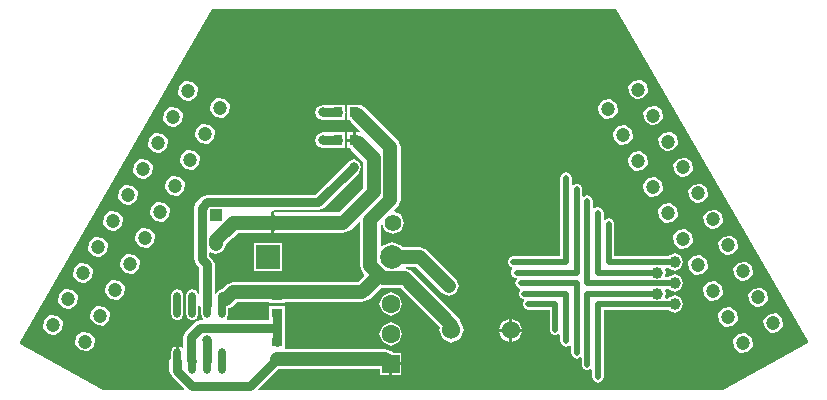
<source format=gbl>
%FSLAX44Y44*%
%MOMM*%
G71*
G01*
G75*
G04 Layer_Physical_Order=2*
G04 Layer_Color=16711680*
%ADD10C,0.2540*%
%ADD11R,0.6500X0.9000*%
%ADD12R,0.8000X0.9000*%
%ADD13C,1.2000*%
%ADD14C,0.8000*%
%ADD15C,0.7000*%
%ADD16C,0.2000*%
%ADD17C,1.4000*%
%ADD18C,2.0000*%
%ADD19R,2.0000X2.0000*%
%ADD20C,1.5240*%
%ADD21R,1.0000X1.0000*%
%ADD22C,1.0000*%
%ADD23C,1.6000*%
%ADD24R,1.6000X1.6000*%
%ADD25C,1.2000*%
%ADD26C,0.8000*%
%ADD27O,0.6000X2.2000*%
%ADD28R,0.9000X0.8000*%
%ADD29C,0.5000*%
G36*
X332496Y44993D02*
X332158Y43768D01*
X260522Y3788D01*
X-132768D01*
X-133254Y4962D01*
X-116575Y21641D01*
X-29800D01*
Y16900D01*
X-22070D01*
Y25903D01*
X-20803D01*
Y27170D01*
X-11800D01*
Y34900D01*
X-17554D01*
X-19077Y36423D01*
X-25200Y38959D01*
X-110600D01*
Y50300D01*
X-110606D01*
Y56750D01*
Y63200D01*
X-110600D01*
Y75200D01*
X-115906D01*
X-117100Y75694D01*
X-118294Y75200D01*
X-123600D01*
Y63244D01*
X-159499D01*
X-159723Y64373D01*
Y64373D01*
D01*
X-158138Y68200D01*
Y72948D01*
X-154327Y74527D01*
X-150823Y78031D01*
X-123600D01*
Y77200D01*
X-110600D01*
Y78031D01*
X-44710D01*
X-38587Y80567D01*
X-38587Y80567D01*
X-38587Y80567D01*
X-28750Y90404D01*
X-27486Y89881D01*
X-12427D01*
X21068Y56386D01*
X20287Y54500D01*
X23337Y47137D01*
X30700Y44087D01*
X38063Y47137D01*
X41113Y54500D01*
X39359Y58733D01*
Y59000D01*
X36823Y65123D01*
X-2717Y104663D01*
X-8840Y107199D01*
X-8158Y107881D01*
X223D01*
X22457Y85647D01*
X28580Y83111D01*
X34703Y85647D01*
X37239Y91770D01*
X34703Y97893D01*
X9933Y122663D01*
X3810Y125199D01*
X-10628D01*
X-10846Y125724D01*
X-20030Y129529D01*
X-28315Y126097D01*
X-29371Y126802D01*
Y143921D01*
X-28337Y144126D01*
X-28087Y144077D01*
X-25898Y138792D01*
X-19010Y135939D01*
X-12122Y138792D01*
X-9269Y145680D01*
X-12122Y152568D01*
X-17407Y154757D01*
X-17654Y156003D01*
X-14987Y158670D01*
X-12451Y164793D01*
Y209700D01*
X-14987Y215823D01*
X-41982Y242818D01*
X-45470Y244263D01*
Y245550D01*
X-57470D01*
Y232550D01*
X-55047D01*
X-54228Y230572D01*
X-46879Y223223D01*
X-47365Y222050D01*
X-50200D01*
Y215548D01*
X-51467D01*
Y214280D01*
X-57470D01*
Y209050D01*
X-54924D01*
X-54003Y206827D01*
X-43859Y196683D01*
Y174787D01*
X-64307Y154339D01*
X-117997D01*
X-119340Y154895D01*
Y145677D01*
Y136465D01*
X-117997Y137021D01*
X-60720D01*
X-54597Y139557D01*
X-47863Y146292D01*
X-46689Y145806D01*
Y109084D01*
X-44153Y102961D01*
X-43054Y101862D01*
Y100592D01*
X-48297Y95349D01*
X-154410D01*
X-160533Y92813D01*
X-163864Y89482D01*
X-167377Y88027D01*
X-168510Y85291D01*
X-169756Y85539D01*
Y110250D01*
X-171101Y113497D01*
X-171658Y114842D01*
X-174406Y117590D01*
Y120178D01*
X-173350Y120884D01*
X-168900Y119041D01*
X-162777Y121577D01*
X-160543Y126972D01*
X-155272Y132242D01*
X-154463Y132577D01*
X-150020Y137021D01*
X-123223D01*
X-121880Y136465D01*
Y145677D01*
Y154896D01*
X-120610Y155422D01*
X-120610Y155422D01*
X-119826Y156206D01*
X-81900D01*
X-77308Y158108D01*
X-77308Y158108D01*
X-77308Y158108D01*
X-47408Y188008D01*
X-45506Y192600D01*
X-47408Y197192D01*
X-52000Y199094D01*
X-56592Y197192D01*
X-84590Y169194D01*
X-176385D01*
X-180977Y167292D01*
X-185492Y162778D01*
X-187394Y158185D01*
Y114900D01*
X-185492Y110308D01*
X-182744Y107560D01*
Y85539D01*
X-183990Y85291D01*
X-185123Y88027D01*
X-188950Y89612D01*
X-192777Y88027D01*
X-194362Y84200D01*
Y68200D01*
X-192777Y64373D01*
X-188950Y62788D01*
X-185123Y64373D01*
X-183538Y68200D01*
Y74861D01*
X-182292Y75109D01*
X-181662Y73587D01*
Y68200D01*
X-180077Y64373D01*
Y64373D01*
Y64373D01*
X-180301Y63244D01*
X-181950D01*
X-186542Y61342D01*
X-194292Y53592D01*
X-196194Y49000D01*
Y39350D01*
X-197440Y39102D01*
X-197823Y40027D01*
X-200380Y41086D01*
Y28198D01*
X-202920D01*
Y41086D01*
X-205477Y40027D01*
X-207062Y36200D01*
Y30813D01*
X-208144Y28200D01*
Y20172D01*
X-206242Y15580D01*
X-195624Y4962D01*
X-196110Y3788D01*
X-264054D01*
X-334515Y43112D01*
X-334853Y44337D01*
X-171924Y326512D01*
X169946D01*
X332496Y44993D01*
D02*
G37*
%LPC*%
G36*
X-256485Y97215D02*
X-261743Y93180D01*
X-262608Y86610D01*
X-258573Y81352D01*
X-252002Y80487D01*
X-246744Y84521D01*
X-245879Y91092D01*
X-249914Y96350D01*
X-256485Y97215D01*
D02*
G37*
G36*
X-283772Y111353D02*
X-289030Y107318D01*
X-289895Y100747D01*
X-285860Y95489D01*
X-279289Y94624D01*
X-274032Y98659D01*
X-273166Y105230D01*
X-277201Y110487D01*
X-283772Y111353D01*
D02*
G37*
G36*
X280083Y112652D02*
X273513Y111786D01*
X269478Y106529D01*
X270343Y99958D01*
X275601Y95924D01*
X282172Y96789D01*
X286206Y102046D01*
X285341Y108617D01*
X280083Y112652D01*
D02*
G37*
G36*
X-296472Y89355D02*
X-301730Y85321D01*
X-302595Y78750D01*
X-298560Y73492D01*
X-291989Y72627D01*
X-286731Y76662D01*
X-285866Y83232D01*
X-289901Y88490D01*
X-296472Y89355D01*
D02*
G37*
G36*
X292783Y90655D02*
X286213Y89789D01*
X282178Y84532D01*
X283043Y77961D01*
X288301Y73926D01*
X294872Y74791D01*
X298906Y80049D01*
X298041Y86620D01*
X292783Y90655D01*
D02*
G37*
G36*
X254246Y96003D02*
X247676Y95138D01*
X243641Y89880D01*
X244506Y83309D01*
X249764Y79274D01*
X256335Y80139D01*
X260369Y85397D01*
X259504Y91968D01*
X254246Y96003D01*
D02*
G37*
G36*
X127670Y188101D02*
X124226Y186674D01*
X122799Y183230D01*
Y117226D01*
X83170D01*
X79726Y115799D01*
X78299Y112355D01*
X79726Y108911D01*
X81796Y108053D01*
X82326Y106774D01*
D01*
D01*
X80899Y103330D01*
X82326Y99886D01*
X85770Y98459D01*
X85895Y97833D01*
X85826Y97804D01*
X84399Y94360D01*
X85826Y90916D01*
X88510Y89804D01*
X88925Y88801D01*
D01*
D01*
X87499Y85357D01*
X88926Y81913D01*
X91741Y80747D01*
X92227Y79573D01*
X90898Y76365D01*
X92325Y72921D01*
X95769Y71494D01*
X113799D01*
Y55030D01*
X115226Y51586D01*
X118670Y50159D01*
X121743Y51432D01*
X122799Y50727D01*
Y45430D01*
X124226Y41986D01*
X127670Y40559D01*
X130743Y41832D01*
X131799Y41127D01*
Y35330D01*
X133226Y31886D01*
X136670Y30459D01*
X139743Y31732D01*
X140799Y31027D01*
Y25430D01*
X142226Y21986D01*
X145670Y20559D01*
X148743Y21832D01*
X149799Y21127D01*
Y14730D01*
X151226Y11286D01*
X154670Y9859D01*
X158114Y11286D01*
X159541Y14730D01*
Y71489D01*
X214205D01*
X214212Y71473D01*
X219570Y69253D01*
X224928Y71473D01*
X227147Y76830D01*
X224928Y82188D01*
X219570Y84407D01*
X214212Y82188D01*
X213816Y81231D01*
X211981D01*
X211276Y82287D01*
X212547Y85355D01*
X211272Y88433D01*
X211977Y89489D01*
X214011D01*
X214212Y89002D01*
X219570Y86783D01*
X224928Y89002D01*
X227147Y94360D01*
X224928Y99718D01*
X219570Y101937D01*
X214212Y99718D01*
X214011Y99231D01*
X211979D01*
X211274Y100287D01*
X212547Y103360D01*
X211274Y106433D01*
X211979Y107489D01*
X214011D01*
X214212Y107002D01*
X219570Y104783D01*
X224928Y107002D01*
X227147Y112360D01*
X224928Y117718D01*
X219570Y119937D01*
X214212Y117718D01*
X214011Y117231D01*
X168541D01*
Y144330D01*
X167114Y147774D01*
X163670Y149201D01*
X160597Y147928D01*
X159541Y148633D01*
Y154030D01*
X158114Y157474D01*
X154670Y158901D01*
X151597Y157628D01*
X150541Y158333D01*
Y163930D01*
X149114Y167374D01*
X145670Y168801D01*
X142597Y167528D01*
X141541Y168233D01*
Y173830D01*
X140114Y177274D01*
X136670Y178701D01*
X133597Y177428D01*
X132541Y178133D01*
Y183230D01*
X131114Y186674D01*
X127670Y188101D01*
D02*
G37*
G36*
X-271072Y133350D02*
X-276329Y129315D01*
X-277195Y122744D01*
X-273160Y117486D01*
X-266589Y116621D01*
X-261332Y120656D01*
X-260466Y127227D01*
X-264501Y132485D01*
X-271072Y133350D01*
D02*
G37*
G36*
X267383Y134649D02*
X260813Y133784D01*
X256778Y128526D01*
X257643Y121955D01*
X262901Y117921D01*
X269472Y118786D01*
X273506Y124043D01*
X272641Y130614D01*
X267383Y134649D01*
D02*
G37*
G36*
X241546Y117999D02*
X234976Y117135D01*
X230941Y111877D01*
X231806Y105306D01*
X237064Y101271D01*
X243635Y102136D01*
X247669Y107394D01*
X246804Y113965D01*
X241546Y117999D01*
D02*
G37*
G36*
X-243785Y119212D02*
X-249043Y115177D01*
X-249908Y108607D01*
X-245873Y103349D01*
X-239302Y102484D01*
X-234044Y106518D01*
X-233179Y113089D01*
X-237214Y118347D01*
X-243785Y119212D01*
D02*
G37*
G36*
X-112630Y128540D02*
X-136630D01*
Y104540D01*
X-112630D01*
Y128540D01*
D02*
G37*
G36*
X-20800Y86441D02*
X-27688Y83588D01*
X-30542Y76700D01*
X-27688Y69812D01*
X-20800Y66958D01*
X-13912Y69812D01*
X-11058Y76700D01*
X-13912Y83588D01*
X-20800Y86441D01*
D02*
G37*
G36*
Y61041D02*
X-27688Y58188D01*
X-30542Y51300D01*
X-27688Y44412D01*
X-20800Y41558D01*
X-13912Y44412D01*
X-11058Y51300D01*
X-13912Y58188D01*
X-20800Y61041D01*
D02*
G37*
G36*
X79430Y53230D02*
X70813D01*
X73337Y47137D01*
X79430Y44613D01*
Y53230D01*
D02*
G37*
G36*
X90587D02*
X81970D01*
Y44613D01*
X88063Y47137D01*
X90587Y53230D01*
D02*
G37*
G36*
X-11800Y24630D02*
X-19530D01*
Y16900D01*
X-11800D01*
Y24630D01*
D02*
G37*
G36*
X279646Y52008D02*
X273076Y51143D01*
X269041Y45886D01*
X269906Y39315D01*
X275164Y35280D01*
X281735Y36145D01*
X285769Y41403D01*
X284904Y47974D01*
X279646Y52008D01*
D02*
G37*
G36*
X-281885Y53221D02*
X-287143Y49186D01*
X-288008Y42616D01*
X-283973Y37358D01*
X-277402Y36493D01*
X-272145Y40527D01*
X-271280Y47098D01*
X-275314Y52356D01*
X-281885Y53221D01*
D02*
G37*
G36*
X-309172Y67358D02*
X-314429Y63324D01*
X-315295Y56753D01*
X-311260Y51495D01*
X-304689Y50630D01*
X-299431Y54665D01*
X-298566Y61235D01*
X-302601Y66493D01*
X-309172Y67358D01*
D02*
G37*
G36*
X266946Y74005D02*
X260376Y73140D01*
X256341Y67882D01*
X257206Y61312D01*
X262464Y57277D01*
X269035Y58142D01*
X273069Y63400D01*
X272204Y69971D01*
X266946Y74005D01*
D02*
G37*
G36*
X-269185Y75218D02*
X-274443Y71183D01*
X-275308Y64613D01*
X-271273Y59355D01*
X-264702Y58490D01*
X-259445Y62524D01*
X-258580Y69095D01*
X-262614Y74353D01*
X-269185Y75218D01*
D02*
G37*
G36*
X-201650Y89612D02*
X-205477Y88027D01*
X-207062Y84200D01*
Y68200D01*
X-205477Y64373D01*
X-201650Y62788D01*
X-197823Y64373D01*
X-196238Y68200D01*
Y84200D01*
X-197823Y88027D01*
X-201650Y89612D01*
D02*
G37*
G36*
X305483Y68657D02*
X298913Y67793D01*
X294878Y62535D01*
X295743Y55964D01*
X301001Y51929D01*
X307572Y52794D01*
X311606Y58052D01*
X310741Y64623D01*
X305483Y68657D01*
D02*
G37*
G36*
X79430Y64387D02*
X73337Y61863D01*
X70813Y55770D01*
X79430D01*
Y64387D01*
D02*
G37*
G36*
X81970D02*
Y55770D01*
X90587D01*
X88063Y61863D01*
X81970Y64387D01*
D02*
G37*
G36*
X228846Y139997D02*
X222276Y139131D01*
X218241Y133874D01*
X219106Y127303D01*
X224364Y123268D01*
X230935Y124134D01*
X234969Y129391D01*
X234104Y135962D01*
X228846Y139997D01*
D02*
G37*
G36*
X-180285Y229197D02*
X-185543Y225163D01*
X-186408Y218592D01*
X-182373Y213334D01*
X-175802Y212469D01*
X-170544Y216504D01*
X-169680Y223074D01*
X-173714Y228332D01*
X-180285Y229197D01*
D02*
G37*
G36*
X-59470Y222050D02*
X-71470D01*
Y222044D01*
X-78170D01*
X-82762Y220142D01*
X-82792Y220072D01*
X-82862Y220042D01*
X-84764Y215450D01*
X-82862Y210858D01*
X-78270Y208956D01*
X-78028Y209056D01*
X-71470D01*
Y209050D01*
X-59470D01*
Y214356D01*
X-59105Y215238D01*
X-57923D01*
X-57801Y215157D01*
X-57470Y214358D01*
Y216742D01*
X-57835Y215862D01*
X-57835D01*
X-59017D01*
X-59139Y215943D01*
X-59470Y216744D01*
Y222050D01*
D02*
G37*
G36*
X-52740D02*
X-57470D01*
Y216820D01*
X-52740D01*
Y222050D01*
D02*
G37*
G36*
X-220272Y221338D02*
X-225529Y217303D01*
X-226395Y210732D01*
X-222360Y205475D01*
X-215789Y204610D01*
X-210532Y208644D01*
X-209666Y215215D01*
X-213701Y220473D01*
X-220272Y221338D01*
D02*
G37*
G36*
X216583Y222637D02*
X210013Y221772D01*
X205978Y216514D01*
X206843Y209943D01*
X212101Y205909D01*
X218672Y206774D01*
X222706Y212032D01*
X221841Y218602D01*
X216583Y222637D01*
D02*
G37*
G36*
X178046Y227985D02*
X171476Y227120D01*
X167441Y221862D01*
X168306Y215291D01*
X173564Y211257D01*
X180135Y212122D01*
X184169Y217379D01*
X183304Y223950D01*
X178046Y227985D01*
D02*
G37*
G36*
X-207572Y243335D02*
X-212829Y239300D01*
X-213695Y232730D01*
X-209660Y227472D01*
X-203089Y226607D01*
X-197831Y230641D01*
X-196966Y237212D01*
X-201001Y242470D01*
X-207572Y243335D01*
D02*
G37*
G36*
X-167585Y251194D02*
X-172843Y247160D01*
X-173708Y240589D01*
X-169673Y235331D01*
X-163102Y234466D01*
X-157844Y238501D01*
X-156980Y245071D01*
X-161014Y250329D01*
X-167585Y251194D01*
D02*
G37*
G36*
X-194872Y265332D02*
X-200130Y261297D01*
X-200995Y254727D01*
X-196960Y249469D01*
X-190389Y248604D01*
X-185131Y252638D01*
X-184266Y259209D01*
X-188301Y264467D01*
X-194872Y265332D01*
D02*
G37*
G36*
X191183Y266631D02*
X184613Y265766D01*
X180578Y260508D01*
X181443Y253937D01*
X186701Y249903D01*
X193272Y250768D01*
X197306Y256026D01*
X196441Y262596D01*
X191183Y266631D01*
D02*
G37*
G36*
X203883Y244634D02*
X197313Y243769D01*
X193278Y238511D01*
X194143Y231940D01*
X199401Y227906D01*
X205972Y228771D01*
X210006Y234029D01*
X209141Y240599D01*
X203883Y244634D01*
D02*
G37*
G36*
X-59470Y245550D02*
X-71470D01*
Y245544D01*
X-78170D01*
X-82762Y243642D01*
X-82862Y243542D01*
X-84764Y238950D01*
X-82862Y234358D01*
X-78270Y232456D01*
X-78029Y232556D01*
X-71470D01*
Y232550D01*
X-59470D01*
Y237857D01*
X-58976Y239050D01*
X-59470Y240243D01*
Y245550D01*
D02*
G37*
G36*
X165346Y249982D02*
X158776Y249117D01*
X154741Y243859D01*
X155606Y237288D01*
X160864Y233254D01*
X167435Y234119D01*
X171469Y239377D01*
X170604Y245947D01*
X165346Y249982D01*
D02*
G37*
G36*
X216146Y161994D02*
X209576Y161129D01*
X205541Y155871D01*
X206406Y149300D01*
X211664Y145266D01*
X218235Y146131D01*
X222269Y151388D01*
X221404Y157959D01*
X216146Y161994D01*
D02*
G37*
G36*
X-218385Y163206D02*
X-223643Y159171D01*
X-224508Y152601D01*
X-220473Y147343D01*
X-213902Y146478D01*
X-208645Y150512D01*
X-207780Y157083D01*
X-211814Y162341D01*
X-218385Y163206D01*
D02*
G37*
G36*
X-245672Y177344D02*
X-250930Y173309D01*
X-251795Y166738D01*
X-247760Y161481D01*
X-241189Y160616D01*
X-235931Y164650D01*
X-235066Y171221D01*
X-239101Y176479D01*
X-245672Y177344D01*
D02*
G37*
G36*
X-231085Y141209D02*
X-236343Y137175D01*
X-237208Y130604D01*
X-233173Y125346D01*
X-226602Y124481D01*
X-221345Y128515D01*
X-220480Y135086D01*
X-224514Y140344D01*
X-231085Y141209D01*
D02*
G37*
G36*
X-258372Y155347D02*
X-263629Y151312D01*
X-264495Y144741D01*
X-260460Y139483D01*
X-253889Y138618D01*
X-248631Y142653D01*
X-247766Y149224D01*
X-251801Y154482D01*
X-258372Y155347D01*
D02*
G37*
G36*
X254683Y156646D02*
X248113Y155781D01*
X244078Y150523D01*
X244943Y143952D01*
X250201Y139918D01*
X256772Y140783D01*
X260806Y146040D01*
X259941Y152611D01*
X254683Y156646D01*
D02*
G37*
G36*
X241983Y178643D02*
X235413Y177778D01*
X231378Y172520D01*
X232243Y165949D01*
X237501Y161915D01*
X244072Y162780D01*
X248106Y168037D01*
X247241Y174608D01*
X241983Y178643D01*
D02*
G37*
G36*
X229283Y200640D02*
X222713Y199775D01*
X218678Y194517D01*
X219543Y187946D01*
X224801Y183912D01*
X231372Y184777D01*
X235406Y190035D01*
X234541Y196605D01*
X229283Y200640D01*
D02*
G37*
G36*
X190746Y205988D02*
X184176Y205123D01*
X180141Y199865D01*
X181006Y193294D01*
X186264Y189260D01*
X192835Y190125D01*
X196869Y195382D01*
X196004Y201953D01*
X190746Y205988D01*
D02*
G37*
G36*
X-192985Y207200D02*
X-198243Y203166D01*
X-199108Y196595D01*
X-195073Y191337D01*
X-188502Y190472D01*
X-183244Y194506D01*
X-182379Y201077D01*
X-186414Y206335D01*
X-192985Y207200D01*
D02*
G37*
G36*
X203446Y183991D02*
X196876Y183126D01*
X192841Y177868D01*
X193706Y171297D01*
X198964Y167263D01*
X205535Y168128D01*
X209569Y173386D01*
X208704Y179956D01*
X203446Y183991D01*
D02*
G37*
G36*
X-205685Y185203D02*
X-210943Y181169D01*
X-211808Y174598D01*
X-207773Y169340D01*
X-201202Y168475D01*
X-195944Y172509D01*
X-195079Y179080D01*
X-199114Y184338D01*
X-205685Y185203D01*
D02*
G37*
G36*
X-232972Y199341D02*
X-238230Y195306D01*
X-239095Y188736D01*
X-235060Y183478D01*
X-228489Y182613D01*
X-223232Y186647D01*
X-222366Y193218D01*
X-226401Y198476D01*
X-232972Y199341D01*
D02*
G37*
%LPD*%
D12*
X-51470Y239050D02*
D03*
X-65470D02*
D03*
Y215550D02*
D03*
X-51470D02*
D03*
D13*
X-20030Y116540D02*
X3810D01*
X28580Y91770D01*
X-38030Y147873D02*
X-21110Y164793D01*
X-38030Y109084D02*
Y147873D01*
X-44710Y86690D02*
X-33357Y98043D01*
X-154410Y86690D02*
X-44710D01*
X-27486Y98540D02*
X-8840D01*
X30700Y59000D01*
X-21110Y164793D02*
Y209700D01*
X-38030Y109084D02*
X-27486Y98540D01*
X-48105Y236695D02*
X-21110Y209700D01*
X-160450Y80650D02*
X-154410Y86690D01*
X-60720Y145680D02*
X-35200Y171200D01*
X-120610Y145680D02*
X-60720D01*
X-35200Y171200D02*
Y200270D01*
X-47880Y212950D02*
X-35200Y200270D01*
X-155900Y143860D02*
X-154080Y145680D01*
X-155900Y143386D02*
Y143860D01*
X-160586Y138700D02*
X-155900Y143386D01*
X-161060Y138700D02*
X-160586D01*
X-168900Y130860D02*
X-161060Y138700D01*
X-168900Y127700D02*
Y130860D01*
X-154080Y145680D02*
X-120610D01*
X30700Y54500D02*
Y59000D01*
X-25200Y30300D02*
X-20800Y25900D01*
X-117100Y30300D02*
X-25200D01*
D14*
X-176500Y46400D02*
X-176250Y46150D01*
Y28200D02*
Y46150D01*
X-180900Y158185D02*
X-176385Y162700D01*
X-180900Y114900D02*
Y158185D01*
Y114900D02*
X-176250Y110250D01*
Y76200D02*
Y110250D01*
X-78170Y215550D02*
X-65470D01*
X-78270Y238950D02*
X-78170Y239050D01*
X-65470D01*
X-181950Y56750D02*
X-117100D01*
Y69200D01*
Y44300D02*
Y56750D01*
X-189700Y49000D02*
X-181950Y56750D01*
X-189700Y28950D02*
Y49000D01*
Y28950D02*
X-188950Y28200D01*
X-139900Y7500D02*
X-117100Y30300D01*
X-188978Y7500D02*
X-139900D01*
X-201650Y20172D02*
X-188978Y7500D01*
X-201650Y20172D02*
Y28200D01*
X-51470Y215550D02*
X-50999D01*
X-176385Y162700D02*
X-81900D01*
X-52000Y192600D01*
D17*
X-120610Y145680D02*
D03*
X-19010D02*
D03*
D18*
X-20030Y116540D02*
D03*
D19*
X-124630D02*
D03*
D20*
X80700Y54500D02*
D03*
X30700D02*
D03*
D21*
X-168900Y151700D02*
D03*
D22*
Y127700D02*
D03*
X219570Y112360D02*
D03*
X204970Y103360D02*
D03*
X219570Y94360D02*
D03*
X204970Y85355D02*
D03*
X219570Y76830D02*
D03*
D23*
X-20800Y76700D02*
D03*
Y51300D02*
D03*
D24*
Y25900D02*
D03*
D25*
X303242Y60293D02*
D03*
X290542Y82290D02*
D03*
X277842Y104288D02*
D03*
X265142Y126285D02*
D03*
X252442Y148282D02*
D03*
X239742Y170279D02*
D03*
X227042Y192276D02*
D03*
X214342Y214273D02*
D03*
X201642Y236270D02*
D03*
X188942Y258267D02*
D03*
X163105Y241618D02*
D03*
X175805Y219621D02*
D03*
X188505Y197624D02*
D03*
X201205Y175627D02*
D03*
X213905Y153630D02*
D03*
X226605Y131632D02*
D03*
X239305Y109635D02*
D03*
X252005Y87638D02*
D03*
X264705Y65641D02*
D03*
X277405Y43644D02*
D03*
X-279643Y44857D02*
D03*
X-266943Y66854D02*
D03*
X-254244Y88851D02*
D03*
X-241544Y110848D02*
D03*
X-228843Y132845D02*
D03*
X-216143Y154842D02*
D03*
X-203444Y176839D02*
D03*
X-190744Y198836D02*
D03*
X-178043Y220833D02*
D03*
X-165343Y242830D02*
D03*
X-192631Y256968D02*
D03*
X-205331Y234971D02*
D03*
X-218030Y212974D02*
D03*
X-230730Y190977D02*
D03*
X-243431Y168980D02*
D03*
X-256131Y146982D02*
D03*
X-268831Y124986D02*
D03*
X-281530Y102988D02*
D03*
X-294230Y80991D02*
D03*
X-306931Y58994D02*
D03*
D26*
X28580Y91770D02*
D03*
X-52000Y192600D02*
D03*
X-78270Y238950D02*
D03*
Y215450D02*
D03*
X-176500Y46400D02*
D03*
D27*
X-163550Y28200D02*
D03*
X-176250D02*
D03*
X-188950D02*
D03*
X-201650D02*
D03*
X-163550Y76200D02*
D03*
X-176250D02*
D03*
X-188950D02*
D03*
X-201650D02*
D03*
D28*
X-117100Y83200D02*
D03*
Y69200D02*
D03*
Y44300D02*
D03*
Y30300D02*
D03*
D29*
X89270Y94360D02*
X136670D01*
X92370Y85357D02*
X127670Y85360D01*
Y45430D02*
Y85360D01*
X163670Y112360D02*
X219570D01*
X163670D02*
Y144330D01*
X95769Y76365D02*
X118670D01*
X136670Y35330D02*
Y94365D01*
X85770Y103330D02*
X136670D01*
Y103325D02*
Y173830D01*
X83170Y112355D02*
X127670D01*
Y183230D01*
X118670Y55030D02*
Y76365D01*
X154670Y103360D02*
X204970D01*
X154670D02*
Y154030D01*
X145670Y94360D02*
X219570D01*
X145670D02*
Y163930D01*
X154670Y76360D02*
X219570D01*
X154670Y14730D02*
Y76360D01*
X145670Y85355D02*
X204970D01*
X145670Y25430D02*
Y85355D01*
M02*

</source>
